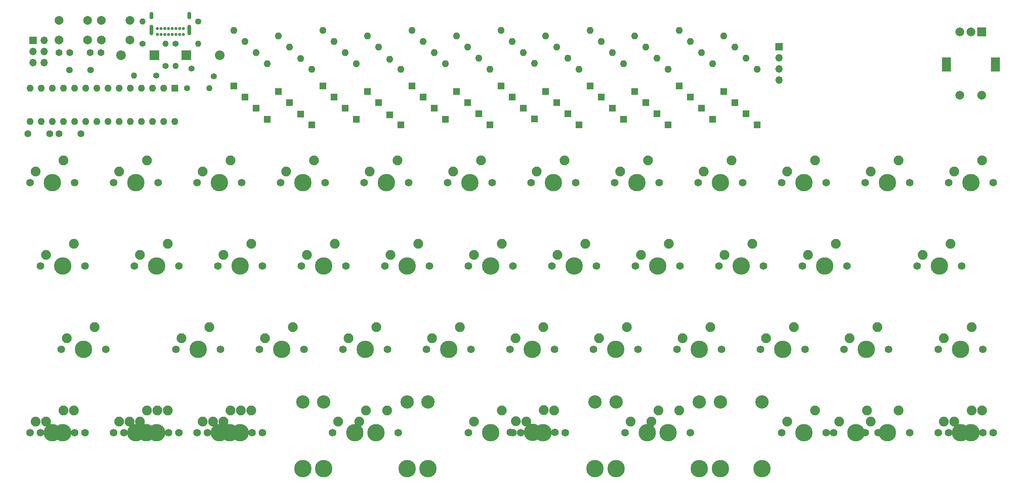
<source format=gbr>
%TF.GenerationSoftware,KiCad,Pcbnew,(5.99.0-10540-g55c1d814f9)*%
%TF.CreationDate,2021-05-28T08:01:38+02:00*%
%TF.ProjectId,0xcb-static,30786362-2d73-4746-9174-69632e6b6963,1.0*%
%TF.SameCoordinates,Original*%
%TF.FileFunction,Soldermask,Bot*%
%TF.FilePolarity,Negative*%
%FSLAX46Y46*%
G04 Gerber Fmt 4.6, Leading zero omitted, Abs format (unit mm)*
G04 Created by KiCad (PCBNEW (5.99.0-10540-g55c1d814f9)) date 2021-05-28 08:01:38*
%MOMM*%
%LPD*%
G01*
G04 APERTURE LIST*
%ADD10C,1.750000*%
%ADD11C,3.987800*%
%ADD12C,2.250000*%
%ADD13R,1.600000X1.600000*%
%ADD14O,1.600000X1.600000*%
%ADD15C,2.000000*%
%ADD16C,3.048000*%
%ADD17R,1.700000X1.700000*%
%ADD18O,1.700000X1.700000*%
%ADD19R,2.200000X2.200000*%
%ADD20O,2.200000X2.200000*%
%ADD21C,1.400000*%
%ADD22O,1.400000X1.400000*%
%ADD23C,1.600000*%
%ADD24C,1.500000*%
%ADD25R,2.000000X2.000000*%
%ADD26R,2.000000X3.200000*%
%ADD27C,0.700000*%
%ADD28O,0.900000X1.700000*%
%ADD29O,0.900000X2.400000*%
G04 APERTURE END LIST*
D10*
%TO.C,MX37_1*%
X73818800Y-137160000D03*
X63658800Y-137160000D03*
D11*
X68738800Y-137160000D03*
D12*
X64928800Y-134620000D03*
X71278800Y-132080000D03*
%TD*%
D13*
%TO.C,D36*%
X205549500Y-64262000D03*
D14*
X205549500Y-51562000D03*
%TD*%
D10*
%TO.C,MX22*%
X218440000Y-99060000D03*
D11*
X223520000Y-99060000D03*
D10*
X228600000Y-99060000D03*
D12*
X219710000Y-96520000D03*
X226060000Y-93980000D03*
%TD*%
D13*
%TO.C,D49*%
X197929500Y-65532000D03*
D14*
X197929500Y-52832000D03*
%TD*%
D10*
%TO.C,MX27*%
X104775000Y-118110000D03*
D11*
X99695000Y-118110000D03*
D10*
X94615000Y-118110000D03*
D12*
X95885000Y-115570000D03*
X102235000Y-113030000D03*
%TD*%
D13*
%TO.C,D20*%
X162369500Y-61722000D03*
D14*
X162369500Y-49022000D03*
%TD*%
D15*
%TO.C,SW2*%
X58535500Y-42962000D03*
X65035500Y-42962000D03*
X65035500Y-47462000D03*
X58535500Y-47462000D03*
%TD*%
D11*
%TO.C,MX25*%
X54451300Y-118110000D03*
D10*
X49371300Y-118110000D03*
X59531300Y-118110000D03*
D12*
X50641300Y-115570000D03*
X56991300Y-113030000D03*
%TD*%
D11*
%TO.C,MX41*%
X199726250Y-145415000D03*
D10*
X182740000Y-137160000D03*
X192900000Y-137160000D03*
D16*
X175913750Y-130175000D03*
X199726250Y-130175000D03*
D11*
X175913750Y-145415000D03*
X187820000Y-137160000D03*
D12*
X184010000Y-134620000D03*
X190360000Y-132080000D03*
%TD*%
D17*
%TO.C,OL1*%
X213110000Y-48980000D03*
D18*
X213110000Y-51520000D03*
X213110000Y-54060000D03*
X213110000Y-56600000D03*
%TD*%
D13*
%TO.C,D10*%
X180149500Y-59182000D03*
D14*
X180149500Y-46482000D03*
%TD*%
D10*
%TO.C,MX21*%
X199390000Y-99060000D03*
X209550000Y-99060000D03*
D11*
X204470000Y-99060000D03*
D12*
X200660000Y-96520000D03*
X207010000Y-93980000D03*
%TD*%
D13*
%TO.C,D14*%
X101409500Y-61722000D03*
D14*
X101409500Y-49022000D03*
%TD*%
D10*
%TO.C,MX11*%
X242887500Y-80010000D03*
X232727500Y-80010000D03*
D11*
X237807500Y-80010000D03*
D12*
X233997500Y-77470000D03*
X240347500Y-74930000D03*
%TD*%
D10*
%TO.C,MX38_2*%
X95250000Y-137160000D03*
X85090000Y-137160000D03*
D11*
X90170000Y-137160000D03*
D12*
X86360000Y-134620000D03*
X92710000Y-132080000D03*
%TD*%
D10*
%TO.C,MX14*%
X66040000Y-99060000D03*
D11*
X71120000Y-99060000D03*
D10*
X76200000Y-99060000D03*
D12*
X67310000Y-96520000D03*
X73660000Y-93980000D03*
%TD*%
D10*
%TO.C,MX40*%
X142240000Y-137160000D03*
D11*
X147320000Y-137160000D03*
D10*
X152400000Y-137160000D03*
D12*
X143510000Y-134620000D03*
X149860000Y-132080000D03*
%TD*%
D10*
%TO.C,MX31*%
X170815000Y-118110000D03*
D11*
X175895000Y-118110000D03*
D10*
X180975000Y-118110000D03*
D12*
X172085000Y-115570000D03*
X178435000Y-113030000D03*
%TD*%
D19*
%TO.C,D47*%
X70640000Y-50930000D03*
D20*
X63020000Y-50930000D03*
%TD*%
D10*
%TO.C,MX16*%
X104140000Y-99060000D03*
D11*
X109220000Y-99060000D03*
D10*
X114300000Y-99060000D03*
D12*
X105410000Y-96520000D03*
X111760000Y-93980000D03*
%TD*%
D13*
%TO.C,D27*%
X114109500Y-62992000D03*
D14*
X114109500Y-50292000D03*
%TD*%
D13*
%TO.C,D28*%
X124269500Y-64516000D03*
D14*
X124269500Y-51816000D03*
%TD*%
D11*
%TO.C,MX10*%
X218757500Y-80010000D03*
D10*
X213677500Y-80010000D03*
X223837500Y-80010000D03*
D12*
X214947500Y-77470000D03*
X221297500Y-74930000D03*
%TD*%
D21*
%TO.C,R1*%
X80581500Y-43180000D03*
D22*
X80581500Y-48260000D03*
%TD*%
D10*
%TO.C,MX29*%
X142875000Y-118110000D03*
X132715000Y-118110000D03*
D11*
X137795000Y-118110000D03*
D12*
X133985000Y-115570000D03*
X140335000Y-113030000D03*
%TD*%
D10*
%TO.C,MX33*%
X219075000Y-118110000D03*
X208915000Y-118110000D03*
D11*
X213995000Y-118110000D03*
D12*
X210185000Y-115570000D03*
X216535000Y-113030000D03*
%TD*%
D13*
%TO.C,D17*%
X131889500Y-60452000D03*
D14*
X131889500Y-47752000D03*
%TD*%
D13*
%TO.C,D40*%
X126809500Y-66802000D03*
D14*
X126809500Y-54102000D03*
%TD*%
D13*
%TO.C,D32*%
X164909500Y-64262000D03*
D14*
X164909500Y-51562000D03*
%TD*%
D10*
%TO.C,MX39*%
X116046300Y-137160000D03*
D11*
X121126300Y-137160000D03*
D10*
X126206300Y-137160000D03*
D11*
X109220050Y-145415000D03*
D16*
X109220050Y-130175000D03*
X133032550Y-130175000D03*
D11*
X133032550Y-145415000D03*
D12*
X117316300Y-134620000D03*
X123666300Y-132080000D03*
%TD*%
D13*
%TO.C,D50*%
X208089500Y-66802000D03*
D14*
X208089500Y-54102000D03*
%TD*%
D10*
%TO.C,MX40_1*%
X151780000Y-137150000D03*
D11*
X156860000Y-137150000D03*
D10*
X161940000Y-137150000D03*
D12*
X153050000Y-134610000D03*
X159400000Y-132070000D03*
%TD*%
D23*
%TO.C,C2*%
X46759500Y-68834000D03*
X41759500Y-68834000D03*
%TD*%
D21*
%TO.C,R4*%
X75438000Y-48260000D03*
D22*
X75438000Y-53340000D03*
%TD*%
D10*
%TO.C,MX43_1*%
X235743800Y-137160000D03*
X225583800Y-137160000D03*
D11*
X230663800Y-137160000D03*
D12*
X226853800Y-134620000D03*
X233203800Y-132080000D03*
%TD*%
D13*
%TO.C,D19*%
X152209500Y-60452000D03*
D14*
X152209500Y-47752000D03*
%TD*%
D13*
%TO.C,D35*%
X195389500Y-62992000D03*
D14*
X195389500Y-50292000D03*
%TD*%
D21*
%TO.C,R5*%
X78041500Y-58420000D03*
D22*
X83121500Y-58420000D03*
%TD*%
D13*
%TO.C,D45*%
X177609500Y-65532000D03*
D14*
X177609500Y-52832000D03*
%TD*%
D13*
%TO.C,D4*%
X119189500Y-59182000D03*
D14*
X119189500Y-46482000D03*
%TD*%
D13*
%TO.C,D22*%
X182689500Y-61722000D03*
D14*
X182689500Y-49022000D03*
%TD*%
D13*
%TO.C,D25*%
X93789500Y-62992000D03*
D14*
X93789500Y-50292000D03*
%TD*%
D10*
%TO.C,MX44_1*%
X259556300Y-137160000D03*
X249396300Y-137160000D03*
D11*
X254476300Y-137160000D03*
D12*
X250666300Y-134620000D03*
X257016300Y-132080000D03*
%TD*%
D10*
%TO.C,MX44*%
X251777500Y-137160000D03*
X261937500Y-137160000D03*
D11*
X256857500Y-137160000D03*
D12*
X253047500Y-134620000D03*
X259397500Y-132080000D03*
%TD*%
D10*
%TO.C,MX4*%
X109537500Y-80010000D03*
X99377500Y-80010000D03*
D11*
X104457500Y-80010000D03*
D12*
X100647500Y-77470000D03*
X106997500Y-74930000D03*
%TD*%
D13*
%TO.C,D24*%
X203009500Y-61722000D03*
D14*
X203009500Y-49022000D03*
%TD*%
D10*
%TO.C,MX24*%
X261937500Y-80010000D03*
X251777500Y-80010000D03*
D11*
X256857500Y-80010000D03*
D12*
X253047500Y-77470000D03*
X259397500Y-74930000D03*
%TD*%
D10*
%TO.C,MX37*%
X71437500Y-137160000D03*
D11*
X66357500Y-137160000D03*
D10*
X61277500Y-137160000D03*
D12*
X62547500Y-134620000D03*
X68897500Y-132080000D03*
%TD*%
D11*
%TO.C,MX20*%
X185420000Y-99060000D03*
D10*
X180340000Y-99060000D03*
X190500000Y-99060000D03*
D12*
X181610000Y-96520000D03*
X187960000Y-93980000D03*
%TD*%
D13*
%TO.C,D9*%
X169989500Y-57912000D03*
D14*
X169989500Y-45212000D03*
%TD*%
D11*
%TO.C,MX7*%
X161607500Y-80010000D03*
D10*
X166687500Y-80010000D03*
X156527500Y-80010000D03*
D12*
X157797500Y-77470000D03*
X164147500Y-74930000D03*
%TD*%
D11*
%TO.C,MX36*%
X47307500Y-137160000D03*
D10*
X52387500Y-137160000D03*
X42227500Y-137160000D03*
D12*
X43497500Y-134620000D03*
X49847500Y-132080000D03*
%TD*%
D13*
%TO.C,D39*%
X116649500Y-65532000D03*
D14*
X116649500Y-52832000D03*
%TD*%
D13*
%TO.C,D13*%
X91249500Y-60452000D03*
D14*
X91249500Y-47752000D03*
%TD*%
D13*
%TO.C,D26*%
X103940000Y-64370000D03*
D14*
X103940000Y-51670000D03*
%TD*%
D10*
%TO.C,MX42*%
X213677500Y-137160000D03*
X223837500Y-137160000D03*
D11*
X218757500Y-137160000D03*
D12*
X214947500Y-134620000D03*
X221297500Y-132080000D03*
%TD*%
D13*
%TO.C,D12*%
X200469500Y-59182000D03*
D14*
X200469500Y-46482000D03*
%TD*%
D23*
%TO.C,C1*%
X48871500Y-68834000D03*
X53871500Y-68834000D03*
%TD*%
D13*
%TO.C,D7*%
X149669500Y-57912000D03*
D14*
X149669500Y-45212000D03*
%TD*%
D10*
%TO.C,MX17*%
X133350000Y-99060000D03*
X123190000Y-99060000D03*
D11*
X128270000Y-99060000D03*
D12*
X124460000Y-96520000D03*
X130810000Y-93980000D03*
%TD*%
D21*
%TO.C,F1*%
X84147500Y-55764000D03*
X79047500Y-53964000D03*
%TD*%
D10*
%TO.C,MX36_1*%
X54768800Y-137160000D03*
X44608800Y-137160000D03*
D11*
X49688800Y-137160000D03*
D12*
X45878800Y-134620000D03*
X52228800Y-132080000D03*
%TD*%
D10*
%TO.C,MX30*%
X151765000Y-118110000D03*
X161925000Y-118110000D03*
D11*
X156845000Y-118110000D03*
D12*
X153035000Y-115570000D03*
X159385000Y-113030000D03*
%TD*%
D13*
%TO.C,D41*%
X136980000Y-65540000D03*
D14*
X136980000Y-52840000D03*
%TD*%
D13*
%TO.C,D3*%
X109029500Y-57912000D03*
D14*
X109029500Y-45212000D03*
%TD*%
D21*
%TO.C,R6*%
X71010000Y-55590000D03*
D22*
X65930000Y-55590000D03*
%TD*%
D13*
%TO.C,D5*%
X129349500Y-57912000D03*
D14*
X129349500Y-45212000D03*
%TD*%
D10*
%TO.C,MX8*%
X175577500Y-80010000D03*
X185737500Y-80010000D03*
D11*
X180657500Y-80010000D03*
D12*
X176847500Y-77470000D03*
X183197500Y-74930000D03*
%TD*%
D10*
%TO.C,MX5*%
X128587500Y-80010000D03*
X118427500Y-80010000D03*
D11*
X123507500Y-80010000D03*
D12*
X119697500Y-77470000D03*
X126047500Y-74930000D03*
%TD*%
D10*
%TO.C,MX34*%
X227965000Y-118110000D03*
X238125000Y-118110000D03*
D11*
X233045000Y-118110000D03*
D12*
X229235000Y-115570000D03*
X235585000Y-113030000D03*
%TD*%
D13*
%TO.C,D8*%
X159829500Y-59182000D03*
D14*
X159829500Y-46482000D03*
%TD*%
D10*
%TO.C,MX28*%
X123825000Y-118110000D03*
D11*
X118745000Y-118110000D03*
D10*
X113665000Y-118110000D03*
D12*
X114935000Y-115570000D03*
X121285000Y-113030000D03*
%TD*%
D11*
%TO.C,MX19*%
X166370000Y-99060000D03*
D10*
X161290000Y-99060000D03*
X171450000Y-99060000D03*
D12*
X162560000Y-96520000D03*
X168910000Y-93980000D03*
%TD*%
D13*
%TO.C,D16*%
X121729500Y-61722000D03*
D14*
X121729500Y-49022000D03*
%TD*%
D10*
%TO.C,MX15*%
X95250000Y-99060000D03*
X85090000Y-99060000D03*
D11*
X90170000Y-99060000D03*
D12*
X86360000Y-96520000D03*
X92710000Y-93980000D03*
%TD*%
D13*
%TO.C,D6*%
X139509500Y-59182000D03*
D14*
X139509500Y-46482000D03*
%TD*%
D13*
%TO.C,D15*%
X111569500Y-60452000D03*
D14*
X111569500Y-47752000D03*
%TD*%
D10*
%TO.C,MX43*%
X242887500Y-137160000D03*
D11*
X237807500Y-137160000D03*
D10*
X232727500Y-137160000D03*
D12*
X233997500Y-134620000D03*
X240347500Y-132080000D03*
%TD*%
D13*
%TO.C,D23*%
X192849500Y-60452000D03*
D14*
X192849500Y-47752000D03*
%TD*%
D10*
%TO.C,MX18*%
X142240000Y-99060000D03*
D11*
X147320000Y-99060000D03*
D10*
X152400000Y-99060000D03*
D12*
X143510000Y-96520000D03*
X149860000Y-93980000D03*
%TD*%
D13*
%TO.C,D31*%
X154749500Y-62992000D03*
D14*
X154749500Y-50292000D03*
%TD*%
D13*
%TO.C,D43*%
X157290000Y-65520000D03*
D14*
X157290000Y-52820000D03*
%TD*%
D10*
%TO.C,MX23*%
X254793800Y-99060000D03*
X244633800Y-99060000D03*
D11*
X249713800Y-99060000D03*
D12*
X245903800Y-96520000D03*
X252253800Y-93980000D03*
%TD*%
D13*
%TO.C,U1*%
X75247500Y-58420000D03*
D14*
X72707500Y-58420000D03*
X70167500Y-58420000D03*
X67627500Y-58420000D03*
X65087500Y-58420000D03*
X62547500Y-58420000D03*
X60007500Y-58420000D03*
X57467500Y-58420000D03*
X54927500Y-58420000D03*
X52387500Y-58420000D03*
X49847500Y-58420000D03*
X47307500Y-58420000D03*
X44767500Y-58420000D03*
X42227500Y-58420000D03*
X42227500Y-66040000D03*
X44767500Y-66040000D03*
X47307500Y-66040000D03*
X49847500Y-66040000D03*
X52387500Y-66040000D03*
X54927500Y-66040000D03*
X57467500Y-66040000D03*
X60007500Y-66040000D03*
X62547500Y-66040000D03*
X65087500Y-66040000D03*
X67627500Y-66040000D03*
X70167500Y-66040000D03*
X72707500Y-66040000D03*
X75247500Y-66040000D03*
%TD*%
D13*
%TO.C,D29*%
X134429500Y-62992000D03*
D14*
X134429500Y-50292000D03*
%TD*%
D13*
%TO.C,D1*%
X88709500Y-57912000D03*
D14*
X88709500Y-45212000D03*
%TD*%
D13*
%TO.C,D18*%
X142049500Y-61722000D03*
D14*
X142049500Y-49022000D03*
%TD*%
D13*
%TO.C,D48*%
X187769500Y-66802000D03*
D14*
X187769500Y-54102000D03*
%TD*%
D10*
%TO.C,MX35*%
X259556300Y-118110000D03*
X249396300Y-118110000D03*
D11*
X254476300Y-118110000D03*
D12*
X250666300Y-115570000D03*
X257016300Y-113030000D03*
%TD*%
D10*
%TO.C,MX37_2*%
X76200000Y-137160000D03*
D11*
X71120000Y-137160000D03*
D10*
X66040000Y-137160000D03*
D12*
X67310000Y-134620000D03*
X73660000Y-132080000D03*
%TD*%
D13*
%TO.C,D38*%
X106489500Y-66802000D03*
D14*
X106489500Y-54102000D03*
%TD*%
D10*
%TO.C,MX38*%
X90487500Y-137160000D03*
X80327500Y-137160000D03*
D11*
X85407500Y-137160000D03*
D12*
X81597500Y-134620000D03*
X87947500Y-132080000D03*
%TD*%
D10*
%TO.C,MX9*%
X194627500Y-80010000D03*
D11*
X199707500Y-80010000D03*
D10*
X204787500Y-80010000D03*
D12*
X195897500Y-77470000D03*
X202247500Y-74930000D03*
%TD*%
D10*
%TO.C,MX41_1*%
X177960000Y-137160000D03*
D11*
X183040000Y-137160000D03*
D10*
X188120000Y-137160000D03*
D11*
X171133750Y-145415000D03*
D16*
X171133750Y-130175000D03*
X194946250Y-130175000D03*
D11*
X194946250Y-145415000D03*
D12*
X179230000Y-134620000D03*
X185580000Y-132080000D03*
%TD*%
D10*
%TO.C,MX2*%
X61277500Y-80010000D03*
X71437500Y-80010000D03*
D11*
X66357500Y-80010000D03*
D12*
X62547500Y-77470000D03*
X68897500Y-74930000D03*
%TD*%
D10*
%TO.C,MX1*%
X42227500Y-80010000D03*
D11*
X47307500Y-80010000D03*
D10*
X52387500Y-80010000D03*
D12*
X43497500Y-77470000D03*
X49847500Y-74930000D03*
%TD*%
D13*
%TO.C,D30*%
X144589500Y-64262000D03*
D14*
X144589500Y-51562000D03*
%TD*%
D10*
%TO.C,MX40_2*%
X154146300Y-137160000D03*
D11*
X209226200Y-145415000D03*
X109226400Y-145415000D03*
D16*
X209226200Y-130175000D03*
D10*
X164306300Y-137160000D03*
D16*
X109226400Y-130175000D03*
D11*
X159226300Y-137160000D03*
D12*
X155416300Y-134620000D03*
X161766300Y-132080000D03*
%TD*%
D13*
%TO.C,D21*%
X172529500Y-60452000D03*
D14*
X172529500Y-47752000D03*
%TD*%
D23*
%TO.C,C3*%
X58463500Y-50292000D03*
X55963500Y-50292000D03*
%TD*%
D19*
%TO.C,D46*%
X77940000Y-50890000D03*
D20*
X85560000Y-50890000D03*
%TD*%
D13*
%TO.C,D2*%
X98869500Y-59182000D03*
D14*
X98869500Y-46482000D03*
%TD*%
D13*
%TO.C,D34*%
X185229500Y-64262000D03*
D14*
X185229500Y-51562000D03*
%TD*%
D24*
%TO.C,Y1*%
X51207500Y-54346000D03*
X56087500Y-54346000D03*
%TD*%
D13*
%TO.C,D33*%
X175069500Y-62992000D03*
D14*
X175069500Y-50292000D03*
%TD*%
D10*
%TO.C,MX32*%
X189865000Y-118110000D03*
D11*
X194945000Y-118110000D03*
D10*
X200025000Y-118110000D03*
D12*
X191135000Y-115570000D03*
X197485000Y-113030000D03*
%TD*%
D21*
%TO.C,R2*%
X67881500Y-48260000D03*
D22*
X67881500Y-43180000D03*
%TD*%
D10*
%TO.C,MX13*%
X44608800Y-99060000D03*
X54768800Y-99060000D03*
D11*
X49688800Y-99060000D03*
D12*
X45878800Y-96520000D03*
X52228800Y-93980000D03*
%TD*%
D25*
%TO.C,MX12*%
X259357500Y-45582000D03*
D15*
X254357500Y-45582000D03*
X256857500Y-45582000D03*
D26*
X251257500Y-53082000D03*
X262457500Y-53082000D03*
D15*
X254357500Y-60082000D03*
X259357500Y-60082000D03*
%TD*%
D13*
%TO.C,D42*%
X147129500Y-66802000D03*
D14*
X147129500Y-54102000D03*
%TD*%
D10*
%TO.C,MX3*%
X80327500Y-80010000D03*
D11*
X85407500Y-80010000D03*
D10*
X90487500Y-80010000D03*
D12*
X81597500Y-77470000D03*
X87947500Y-74930000D03*
%TD*%
D21*
%TO.C,R3*%
X73152000Y-53340000D03*
D22*
X73152000Y-48260000D03*
%TD*%
D13*
%TO.C,D11*%
X190309500Y-57912000D03*
D14*
X190309500Y-45212000D03*
%TD*%
D27*
%TO.C,J1*%
X77206500Y-46189000D03*
X76356500Y-46189000D03*
X75506500Y-46189000D03*
X74656500Y-46189000D03*
X73806500Y-46189000D03*
X72956500Y-46189000D03*
X72106500Y-46189000D03*
X71256500Y-46189000D03*
X71256500Y-44839000D03*
X72106500Y-44839000D03*
X72956500Y-44839000D03*
X73806500Y-44839000D03*
X74656500Y-44839000D03*
X75506500Y-44839000D03*
X76356500Y-44839000D03*
X77206500Y-44839000D03*
D28*
X69906500Y-41829000D03*
X78556500Y-41829000D03*
D29*
X78556500Y-45209000D03*
X69906500Y-45209000D03*
%TD*%
D10*
%TO.C,MX38_1*%
X92868800Y-137160000D03*
X82708800Y-137160000D03*
D11*
X87788800Y-137160000D03*
D12*
X83978800Y-134620000D03*
X90328800Y-132080000D03*
%TD*%
D13*
%TO.C,D37*%
X96329500Y-65532000D03*
D14*
X96329500Y-52832000D03*
%TD*%
D17*
%TO.C,J2*%
X42921000Y-47513000D03*
D18*
X45461000Y-47513000D03*
X42921000Y-50053000D03*
X45461000Y-50053000D03*
X42921000Y-52593000D03*
X45461000Y-52593000D03*
%TD*%
D23*
%TO.C,C4*%
X48851500Y-50292000D03*
X51351500Y-50292000D03*
%TD*%
D15*
%TO.C,SW1*%
X55383500Y-42962000D03*
X48883500Y-42962000D03*
X48883500Y-47462000D03*
X55383500Y-47462000D03*
%TD*%
D10*
%TO.C,MX26*%
X85725000Y-118110000D03*
X75565000Y-118110000D03*
D11*
X80645000Y-118110000D03*
D12*
X76835000Y-115570000D03*
X83185000Y-113030000D03*
%TD*%
D10*
%TO.C,MX6*%
X147637500Y-80010000D03*
X137477500Y-80010000D03*
D11*
X142557500Y-80010000D03*
D12*
X138747500Y-77470000D03*
X145097500Y-74930000D03*
%TD*%
D11*
%TO.C,MX39_1*%
X128270050Y-145415000D03*
D10*
X111283800Y-137160000D03*
X121443800Y-137160000D03*
D16*
X104457550Y-130175000D03*
X128270050Y-130175000D03*
D11*
X104457550Y-145415000D03*
X116363800Y-137160000D03*
D12*
X112553800Y-134620000D03*
X118903800Y-132080000D03*
%TD*%
D13*
%TO.C,D44*%
X167460000Y-66860000D03*
D14*
X167460000Y-54160000D03*
%TD*%
M02*

</source>
